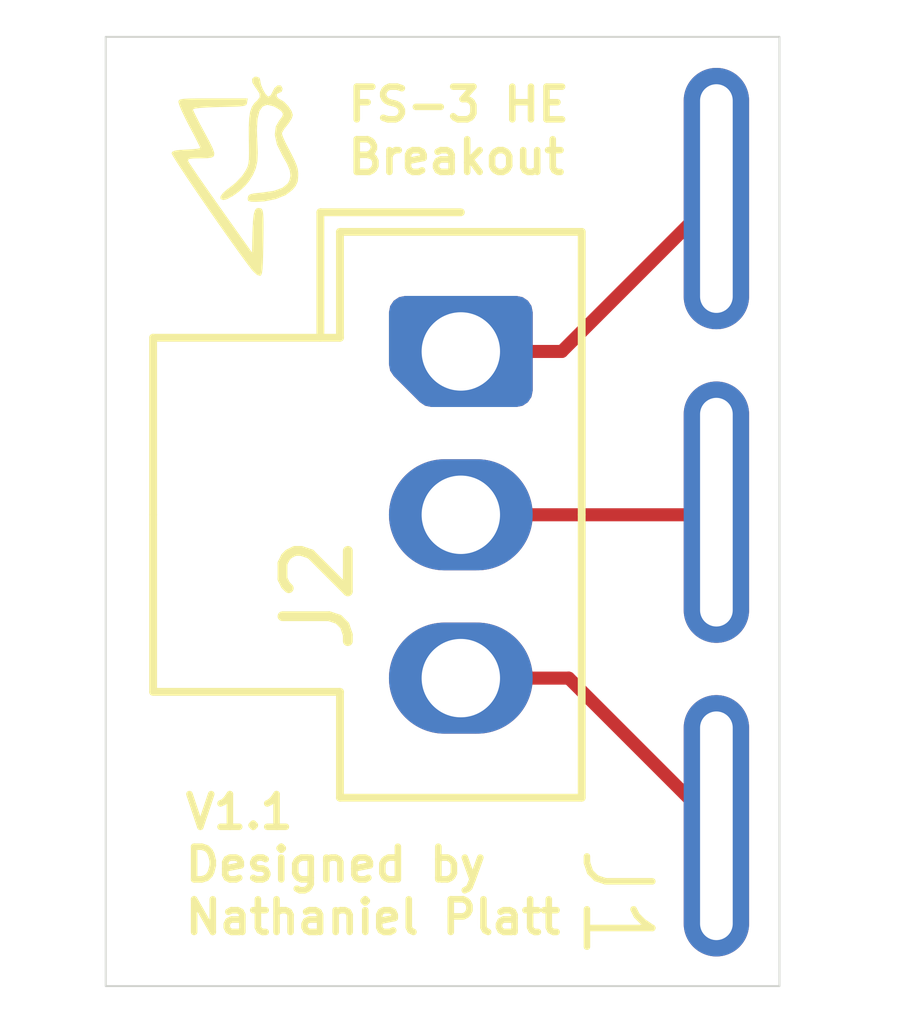
<source format=kicad_pcb>
(kicad_pcb (version 20240108) (generator "pcbnew") (generator_version "8.0")
  (title_block (title "HE Breakout") (date "2024-11-12") (rev "1.0") (company "Formula Slug"))
  (layers (0 "F.Cu" signal) (31 "B.Cu" signal) (34 "B.Paste" user) (35 "F.Paste" user) (36 "B.SilkS" user "B.Silkscreen") (37 "F.SilkS" user "F.Silkscreen") (38 "B.Mask" user) (39 "F.Mask" user) (44 "Edge.Cuts" user))
  (net 0 "")
  (net 1 "Net-(J1-Pin_1)")
  (net 2 "Net-(J1-Pin_2)")
  (net 3 "Net-(J1-Pin_3)")
  (footprint "FS_3_Global_Footprint_Library:ATS668LSMTN-T" (layer "F.Cu") (at 124.4092 105.5732 -90)
    (property "Reference" "J1" (at 5.9836 1.524 -90) (layer "F.SilkS") (effects (font (thickness 0.1))))
    (property "Value" "Hall Effect Breakout")
    (pad "1" thru_hole oval (at -4.8 0 270) (size 4 1) (drill oval 3.5 0.5) (layers "*.Cu" "*.Mask") (net 1 "Net-(J1-Pin_1)"))
    (pad "2" thru_hole oval (at 0 0 270) (size 4 1) (drill oval 3.5 0.5) (layers "*.Cu" "*.Mask") (net 2 "Net-(J1-Pin_2)"))
    (pad "3" thru_hole oval (at 4.8 0 270) (size 4 1) (drill oval 3.5 0.5) (layers "*.Cu" "*.Mask") (net 3 "Net-(J1-Pin_3)"))
  )
  (footprint "Connector_Molex:Molex_Nano-Fit_105309-xx03_1x03_P2.50mm_Vertical" (layer "F.Cu") (at 120.4976 103.1132)
    (property "Reference" "J2" (at -2.1844 3.7192 90) (layer "F.SilkS"))
    (property "Value" "Molex Nanofit 1x3")
    (fp_line (start -4.71 -0.21) (end -4.71 2.5) (stroke (width 0.12)) (layer "F.SilkS"))
    (fp_line (start -4.71 5.21) (end -4.71 2.5) (stroke (width 0.12)) (layer "F.SilkS"))
    (fp_line (start -2.15 -2.13) (end -2.15 -0.21) (stroke (width 0.12)) (layer "F.SilkS"))
    (fp_line (start -1.85 -1.83) (end -1.85 -0.21) (stroke (width 0.12)) (layer "F.SilkS"))
    (fp_line (start -1.85 -0.21) (end -4.71 -0.21) (stroke (width 0.12)) (layer "F.SilkS"))
    (fp_line (start -1.85 5.21) (end -4.71 5.21) (stroke (width 0.12)) (layer "F.SilkS"))
    (fp_line (start -1.85 6.83) (end -1.85 5.21) (stroke (width 0.12)) (layer "F.SilkS"))
    (fp_line (start 0 -2.13) (end -2.15 -2.13) (stroke (width 0.12)) (layer "F.SilkS"))
    (fp_line (start 1.85 -1.83) (end -1.85 -1.83) (stroke (width 0.12)) (layer "F.SilkS"))
    (fp_line (start 1.85 2.5) (end 1.85 -1.83) (stroke (width 0.12)) (layer "F.SilkS"))
    (fp_line (start 1.85 2.5) (end 1.85 6.83) (stroke (width 0.12)) (layer "F.SilkS"))
    (fp_line (start 1.85 6.83) (end -1.85 6.83) (stroke (width 0.12)) (layer "F.SilkS"))
    (pad "" np_thru_hole circle (at -1.34 1.25) (size 1.3 1.3) (drill 1.3) (layers "*.Cu" "*.Mask"))
    (pad "1" thru_hole custom (at 0 0) (size 1.417157 1.417157) (drill 1.2) (layers "*.Cu" "*.Mask") (net 1 "Net-(J1-Pin_1)") (options (clearance outline) (anchor circle)) (primitives (gr_poly (pts (xy 0.85 0.6) (xy -0.45 0.6) (xy -0.85 0.2) (xy -0.85 -0.6) (xy 0.85 -0.6)) (width 0.5) (fill yes))))
    (pad "2" thru_hole oval (at 0 2.5) (size 2.2 1.7) (drill 1.2) (layers "*.Cu" "*.Mask") (net 2 "Net-(J1-Pin_2)"))
    (pad "3" thru_hole oval (at 0 5) (size 2.2 1.7) (drill 1.2) (layers "*.Cu" "*.Mask") (net 3 "Net-(J1-Pin_3)"))
  )
  (footprint "1FS_2_Global_Footprint_Library:FORMULA SLUG" (layer "F.Cu") (at 120.20498 100.490144)
    (property "Reference" "G2" (hide yes))
    (property "Value" "FS Logo" (hide yes))
    (fp_poly (pts (xy -2.978538 -1.18802) (xy -2.983976 -1.1638) (xy -2.997969 -1.146607) (xy -3.029051 -1.135011) (xy -3.085756 -1.12758) (xy -3.176619 -1.122883) (xy -3.310176 -1.119489) (xy -3.39732 -1.117802) (xy -3.564909 -1.1128) (xy -3.692359 -1.105064) (xy -3.774696 -1.095029) (xy -3.806943 -1.083133) (xy -3.807221 -1.081855) (xy -3.794554 -1.047871) (xy -3.759992 -0.975661) (xy -3.708692 -0.87555) (xy -3.645813 -0.757863) (xy -3.640482 -0.74808) (xy -3.559231 -0.597402) (xy -3.505712 -0.488519) (xy -3.480657 -0.414643) (xy -3.484796 -0.368987) (xy -3.518859 -0.344766) (xy -3.583579 -0.335193) (xy -3.679686 -0.33348) (xy -3.68514 -0.333479) (xy -3.792282 -0.332066) (xy -3.853894 -0.326265) (xy -3.879986 -0.313737) (xy -3.880569 -0.292141) (xy -3.879137 -0.288135) (xy -3.859129 -0.254652) (xy -3.810992 -0.181981) (xy -3.738892 -0.076171) (xy -3.64699 0.056732) (xy -3.539453 0.210679) (xy -3.420443 0.379621) (xy -3.382892 0.432652) (xy -2.904048 1.108095) (xy -2.896242 0.792952) (xy -2.889488 0.633907) (xy -2.876955 0.524137) (xy -2.856434 0.45745) (xy -2.825717 0.427656) (xy -2.782596 0.428564) (xy -2.768006 0.433473) (xy -2.751673 0.445088) (xy -2.739984 0.470553) (xy -2.732378 0.517495) (xy -2.728298 0.59354) (xy -2.727182 0.706311) (xy -2.728471 0.863435) (xy -2.729747 0.954656) (xy -2.733 1.135545) (xy -2.737037 1.268249) (xy -2.74262 1.360161) (xy -2.75051 1.418676) (xy -2.761469 1.451189) (xy -2.776258 1.465093) (xy -2.782515 1.466939) (xy -2.826862 1.451253) (xy -2.88518 1.399229) (xy -2.909682 1.370032) (xy -2.987567 1.267154) (xy -3.083166 1.13683) (xy -3.192391 0.985003) (xy -3.311155 0.817616) (xy -3.435368 0.640612) (xy -3.560942 0.459936) (xy -3.683791 0.28153) (xy -3.799825 0.111337) (xy -3.904957 -0.044698) (xy -3.995098 -0.180633) (xy -4.066161 -0.290525) (xy -4.114057 -0.368429) (xy -4.134698 -0.408403) (xy -4.13516 -0.411609) (xy -4.12066 -0.436378) (xy -4.081382 -0.452174) (xy -4.006396 -0.461682) (xy -3.911132 -0.466651) (xy -3.809759 -0.472504) (xy -3.734104 -0.480736) (xy -3.697537 -0.48978) (xy -3.696061 -0.491833) (xy -3.70842 -0.521472) (xy -3.742186 -0.590206) (xy -3.792395 -0.688202) (xy -3.854083 -0.80563) (xy -3.862801 -0.822025) (xy -3.926298 -0.94564) (xy -3.978662 -1.055906) (xy -4.014757 -1.1414) (xy -4.029444 -1.190697) (xy -4.029541 -1.192849) (xy -4.027655 -1.212848) (xy -4.017105 -1.227595) (xy -3.990548 -1.237889) (xy -3.940641 -1.24453) (xy -3.860043 -1.248318) (xy -3.741411 -1.250051) (xy -3.577404 -1.250528) (xy -3.499599 -1.250547) (xy -2.969657 -1.250547)) (fill solid) (layer "F.SilkS"))
    (fp_poly (pts (xy -2.788263 -1.56467) (xy -2.778994 -1.529389) (xy -2.766898 -1.463828) (xy -2.737018 -1.388231) (xy -2.698962 -1.321398) (xy -2.662339 -1.282125) (xy -2.650665 -1.278337) (xy -2.61524 -1.301406) (xy -2.598411 -1.333753) (xy -2.560999 -1.408084) (xy -2.512444 -1.449615) (xy -2.46491 -1.448785) (xy -2.458117 -1.444004) (xy -2.434541 -1.398362) (xy -2.448633 -1.353116) (xy -2.490172 -1.333917) (xy -2.524233 -1.317017) (xy -2.524036 -1.280438) (xy -2.493003 -1.245357) (xy -2.474525 -1.23704) (xy -2.411633 -1.198295) (xy -2.347304 -1.131401) (xy -2.297658 -1.056289) (xy -2.278775 -0.995027) (xy -2.296398 -0.940177) (xy -2.340673 -0.869722) (xy -2.362145 -0.843347) (xy -2.412674 -0.778381) (xy -2.442288 -0.725963) (xy -2.445514 -0.712386) (xy -2.43322 -0.66912) (xy -2.40161 -0.596283) (xy -2.373203 -0.539666) (xy -2.300939 -0.401477) (xy -2.251324 -0.300887) (xy -2.220165 -0.226828) (xy -2.203269 -0.16823) (xy -2.196441 -0.114026) (xy -2.195405 -0.070409) (xy -2.203501 0.021962) (xy -2.235816 0.092973) (xy -2.285722 0.152829) (xy -2.392706 0.232287) (xy -2.539714 0.291482) (xy -2.713537 0.326128) (xy -2.842345 0.333479) (xy -2.922925 0.331154) (xy -2.961255 0.319792) (xy -2.970612 0.292813) (xy -2.968508 0.270952) (xy -2.958854 0.238553) (xy -2.933158 0.217909) (xy -2.87939 0.204636) (xy -2.785518 0.194346) (xy -2.750238 0.191389) (xy -2.568212 0.164483) (xy -2.436787 0.117181) (xy -2.354635 0.048897) (xy -2.33162 0.006701) (xy -2.315465 -0.066428) (xy -2.325412 -0.145948) (xy -2.364791 -0.243749) (xy -2.436932 -0.371722) (xy -2.438171 -0.373754) (xy -2.521938 -0.542703) (xy -2.555677 -0.692421) (xy -2.539253 -0.821431) (xy -2.487231 -0.911962) (xy -2.44141 -0.972466) (xy -2.430368 -1.011524) (xy -2.449222 -1.046623) (xy -2.449522 -1.046985) (xy -2.500892 -1.088963) (xy -2.573915 -1.128633) (xy -2.578151 -1.130435) (xy -2.670371 -1.151155) (xy -2.740898 -1.126072) (xy -2.790345 -1.053828) (xy -2.819324 -0.933065) (xy -2.828448 -0.762423) (xy -2.821911 -0.58979) (xy -2.814805 -0.418247) (xy -2.821674 -0.285793) (xy -2.845746 -0.176984) (xy -2.89025 -0.076379) (xy -2.948893 0.017655) (xy -3.016632 0.097772) (xy -3.105241 0.177523) (xy -3.199866 0.245958) (xy -3.285654 0.292126) (xy -3.339557 0.305689) (xy -3.384583 0.291405) (xy -3.387109 0.253564) (xy -3.35072 0.199683) (xy -3.278997 0.137278) (xy -3.249635 0.117041) (xy -3.150799 0.037865) (xy -3.060628 -0.058414) (xy -3.027744 -0.103884) (xy -2.995354 -0.156452) (xy -2.973012 -0.202032) (xy -2.959073 -0.252029) (xy -2.951886 -0.317844) (xy -2.949806 -0.410882) (xy -2.951184 -0.542547) (xy -2.95261 -0.623879) (xy -2.953548 -0.807423) (xy -2.947433 -0.945212) (xy -2.932173 -1.046848) (xy -2.905678 -1.121934) (xy -2.865854 -1.180073) (xy -2.822511 -1.221237) (xy -2.785256 -1.269093) (xy -2.789732 -1.324585) (xy -2.837599 -1.398923) (xy -2.851284 -1.415565) (xy -2.898631 -1.491215) (xy -2.903143 -1.548819) (xy -2.865568 -1.580415) (xy -2.835446 -1.584026)) (fill solid) (layer "F.SilkS"))
  )
  (gr_rect (start 115.062 98.298) (end 125.3744 112.8268) (stroke (width 0.03)) (fill none) (layer "Edge.Cuts"))
  (gr_text "V1.1\nDesigned by \nNathaniel Platt" (at 116.2304 112.0648 0) (layer "F.SilkS") (effects (font (size 0.5 0.5) (thickness 0.1) (bold yes)) (justify left bottom)))
  (gr_text "FS-3 HE \nBreakout" (at 118.7196 100.4316 0) (layer "F.SilkS") (effects (font (size 0.5 0.5) (thickness 0.1) (bold yes)) (justify left bottom)))
  (segment (start 124.3832 100.7732) (end 124.4092 100.7732) (width 0.2) (layer "F.Cu") (net 1))
  (segment (start 120.4976 103.1132) (end 122.0432 103.1132) (width 0.2) (layer "F.Cu") (net 1))
  (segment (start 122.0432 103.1132) (end 124.3832 100.7732) (width 0.2) (layer "F.Cu") (net 1))
  (segment (start 120.4976 105.6132) (end 124.3692 105.6132) (width 0.2) (layer "F.Cu") (net 2))
  (segment (start 124.3692 105.6132) (end 124.4092 105.5732) (width 0.2) (layer "F.Cu") (net 2))
  (segment (start 122.1492 108.1132) (end 124.4092 110.3732) (width 0.2) (layer "F.Cu") (net 3))
  (segment (start 120.4976 108.1132) (end 122.1492 108.1132) (width 0.2) (layer "F.Cu") (net 3))
)
</source>
